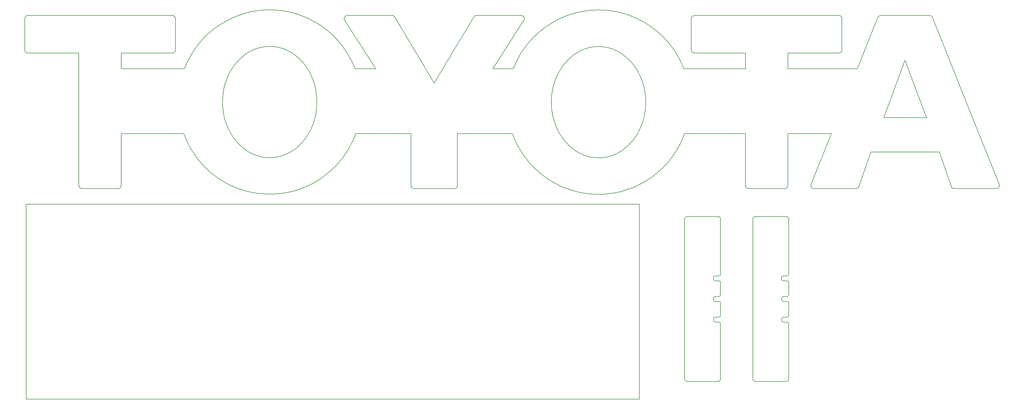
<source format=gbr>
%TF.GenerationSoftware,KiCad,Pcbnew,(6.0.0)*%
%TF.CreationDate,2022-05-15T11:53:33-07:00*%
%TF.ProjectId,Stencil,5374656e-6369-46c2-9e6b-696361645f70,rev?*%
%TF.SameCoordinates,Original*%
%TF.FileFunction,Profile,NP*%
%FSLAX46Y46*%
G04 Gerber Fmt 4.6, Leading zero omitted, Abs format (unit mm)*
G04 Created by KiCad (PCBNEW (6.0.0)) date 2022-05-15 11:53:33*
%MOMM*%
%LPD*%
G01*
G04 APERTURE LIST*
%ADD10C,0.200000*%
%TA.AperFunction,Profile*%
%ADD11C,0.150000*%
%TD*%
G04 APERTURE END LIST*
D10*
X253149276Y-141808776D02*
X261258662Y-141808776D01*
X262772094Y-115158637D02*
X262772094Y-115158788D01*
X262764821Y-121578422D02*
X262772583Y-121507280D01*
X262231757Y-110807675D02*
X262016379Y-110807500D01*
X261810811Y-110807455D01*
X261596717Y-110807430D01*
X261388453Y-110807418D01*
X261302695Y-110807417D01*
X260607111Y-116158770D02*
X260607111Y-116158641D01*
X260607600Y-122507306D02*
X260662185Y-122312683D01*
X260811045Y-122153755D01*
X261001065Y-122056618D01*
X261196424Y-122013075D01*
X261302206Y-122007315D01*
X261302695Y-109307315D02*
X262231757Y-109307315D01*
X260607600Y-122507413D02*
X260607600Y-122507306D01*
X262772583Y-124007666D02*
X262719202Y-123790895D01*
X262575592Y-123621845D01*
X262392237Y-123530152D01*
X262231268Y-123507675D01*
X261301716Y-115658650D02*
X262230662Y-115658650D01*
X262772327Y-141046656D02*
X262772583Y-124007666D01*
X260607111Y-116658653D02*
X260607111Y-116158770D01*
X261258662Y-141808776D02*
X261259921Y-141808647D01*
X260608067Y-109807413D02*
X260608067Y-109807306D01*
X261259921Y-141808647D02*
X261947393Y-141808647D01*
X262230802Y-117159032D02*
X262015408Y-117158857D01*
X261809836Y-117158811D01*
X261595739Y-117158786D01*
X261387474Y-117158774D01*
X261301716Y-117158773D01*
X260607600Y-123007318D02*
X260607600Y-122507413D01*
X251773073Y-91770767D02*
X251773050Y-141046764D01*
X261302206Y-122007315D02*
X262231314Y-122007315D01*
X252597914Y-141808647D02*
X253147878Y-141808647D01*
X260608067Y-109807306D02*
X260662656Y-109612683D01*
X260811523Y-109453755D01*
X261001550Y-109356618D01*
X261196912Y-109313075D01*
X261302695Y-109307315D01*
X252598007Y-91008776D02*
X252391841Y-91032765D01*
X252170246Y-91119091D01*
X251987374Y-91258419D01*
X251854419Y-91440410D01*
X251782577Y-91654722D01*
X251773073Y-91770767D01*
X260607111Y-116158641D02*
X260661696Y-115964018D01*
X260810556Y-115805090D01*
X261000575Y-115707953D01*
X261195934Y-115664410D01*
X261301716Y-115658650D01*
X262773050Y-108807302D02*
X262772350Y-91770745D01*
X260607111Y-116658782D02*
X260607111Y-116658653D01*
X262231314Y-122007315D02*
X262438960Y-121969195D01*
X262625358Y-121850095D01*
X262743083Y-121670565D01*
X262761604Y-121608071D01*
X253147878Y-141808647D02*
X253149276Y-141808776D01*
X261947393Y-141808647D02*
X262153558Y-141784657D01*
X262375153Y-141698331D01*
X262558025Y-141559003D01*
X262690980Y-141377012D01*
X262762822Y-141162700D01*
X262772327Y-141046656D01*
X262761604Y-121608071D02*
X262764821Y-121578422D01*
X262231268Y-123507675D02*
X262015890Y-123507500D01*
X261810322Y-123507455D01*
X261596228Y-123507430D01*
X261387964Y-123507418D01*
X261302206Y-123507417D01*
X260607600Y-123007426D02*
X260607600Y-123007318D01*
X261301716Y-117158773D02*
X261095161Y-117136293D01*
X260886122Y-117059438D01*
X260725738Y-116938326D01*
X260621222Y-116759544D01*
X260607111Y-116658782D01*
X262230662Y-115658650D02*
X262441383Y-115619358D01*
X262613469Y-115512206D01*
X262739207Y-115330565D01*
X262772094Y-115158637D01*
X261947416Y-91008776D02*
X252598007Y-91008776D01*
X262773050Y-111307666D02*
X262719674Y-111090895D01*
X262576073Y-110921845D01*
X262392724Y-110830152D01*
X262231757Y-110807675D01*
X262772350Y-91770745D02*
X262735262Y-91544152D01*
X262631465Y-91344713D01*
X262472152Y-91182767D01*
X262268519Y-91068653D01*
X262073046Y-91017555D01*
X261947416Y-91008776D01*
X261302206Y-123507417D02*
X261095651Y-123484937D01*
X260886611Y-123408082D01*
X260726227Y-123286969D01*
X260621711Y-123108187D01*
X260607600Y-123007426D01*
X260608067Y-110307426D02*
X260608067Y-110307318D01*
X262231757Y-109307315D02*
X262442456Y-109268021D01*
X262614512Y-109160863D01*
X262740205Y-108979221D01*
X262773050Y-108807302D01*
X262772094Y-115158788D02*
X262773050Y-111307666D01*
X262772583Y-121507280D02*
X262772094Y-117659023D01*
X262772094Y-117659023D02*
X262718714Y-117442252D01*
X262575108Y-117273202D01*
X262391760Y-117181509D01*
X262230802Y-117159032D01*
X251877923Y-141411513D02*
X252005785Y-141572950D01*
X252173660Y-141698422D01*
X252373663Y-141779723D01*
X252597914Y-141808647D01*
X261302695Y-110807417D02*
X261096138Y-110784937D01*
X260887093Y-110708082D01*
X260726701Y-110586969D01*
X260622179Y-110408187D01*
X260608067Y-110307426D01*
X251773050Y-141046764D02*
X251804695Y-141249587D01*
X251877923Y-141411513D01*
X260608067Y-110307318D02*
X260608067Y-109807413D01*
X239660651Y-110307318D02*
X239660651Y-109807413D01*
X230825634Y-141046764D02*
X230857279Y-141249587D01*
X230930507Y-141411513D01*
X103298019Y-72876140D02*
X102551831Y-72853853D01*
X101815439Y-72787710D01*
X101089753Y-72678787D01*
X100375686Y-72528161D01*
X99674147Y-72336907D01*
X98986048Y-72106101D01*
X98312300Y-71836821D01*
X97653815Y-71530141D01*
X97011502Y-71187139D01*
X96386274Y-70808889D01*
X95779042Y-70396470D01*
X95190716Y-69950956D01*
X94622207Y-69473424D01*
X94074427Y-68964950D01*
X93548287Y-68426610D01*
X93044698Y-67859480D01*
X92564571Y-67264637D01*
X92108816Y-66643157D01*
X91678346Y-65996116D01*
X91274071Y-65324590D01*
X90896903Y-64629655D01*
X90547751Y-63912387D01*
X90227528Y-63173863D01*
X89937145Y-62415159D01*
X89677512Y-61637351D01*
X89449541Y-60841515D01*
X89254143Y-60028727D01*
X89092229Y-59200064D01*
X88964710Y-58356601D01*
X88872496Y-57499416D01*
X88816500Y-56629583D01*
X88797633Y-55748180D01*
X141732529Y-29565284D02*
X141594436Y-29384549D01*
X141422076Y-29241703D01*
X141222962Y-29141009D01*
X141004606Y-29086727D01*
X140874083Y-29078189D01*
X232865242Y-30078189D02*
X232865242Y-39635193D01*
X240355279Y-110807417D02*
X240148722Y-110784937D01*
X239939677Y-110708082D01*
X239779285Y-110586969D01*
X239674763Y-110408187D01*
X239660651Y-110307426D01*
X159994310Y-82418193D02*
X160195844Y-82397876D01*
X160427851Y-82319582D01*
X160630402Y-82189841D01*
X160795645Y-82016509D01*
X160915725Y-81807438D01*
X160982787Y-81570483D01*
X160994310Y-81418193D01*
X241824934Y-91770745D02*
X241787846Y-91544152D01*
X241684049Y-91344713D01*
X241524736Y-91182767D01*
X241321103Y-91068653D01*
X241125630Y-91017555D01*
X241000000Y-91008776D01*
X241825634Y-111307666D02*
X241772258Y-111090895D01*
X241628657Y-110921845D01*
X241445308Y-110830152D01*
X241284341Y-110807675D01*
X306971221Y-29707636D02*
X306864263Y-29508401D01*
X306718602Y-29341438D01*
X306541160Y-29211437D01*
X306338857Y-29123088D01*
X306118614Y-29081082D01*
X306042410Y-29078189D01*
X45636443Y-82418193D02*
X51161561Y-82418193D01*
X218860431Y-55777851D02*
X218841563Y-56659254D01*
X218785567Y-57529087D01*
X218693353Y-58386272D01*
X218565834Y-59229735D01*
X218403920Y-60058398D01*
X218208522Y-60871186D01*
X217980551Y-61667022D01*
X217720918Y-62444830D01*
X217430535Y-63203534D01*
X217110312Y-63942058D01*
X216761161Y-64659326D01*
X216383992Y-65354261D01*
X215979717Y-66025787D01*
X215549247Y-66672828D01*
X215093492Y-67294308D01*
X214613365Y-67889151D01*
X214109776Y-68456281D01*
X213583636Y-68994621D01*
X213035856Y-69503095D01*
X212467348Y-69980627D01*
X211879021Y-70426141D01*
X211271789Y-70838560D01*
X210646561Y-71216810D01*
X210004249Y-71559812D01*
X209345763Y-71866492D01*
X208672016Y-72135772D01*
X207983917Y-72366578D01*
X207282378Y-72557832D01*
X206568311Y-72708458D01*
X205842625Y-72817381D01*
X205106233Y-72883524D01*
X204360046Y-72905811D01*
X44636443Y-81418193D02*
X44656759Y-81619727D01*
X44735053Y-81851734D01*
X44864794Y-82054285D01*
X45038126Y-82219528D01*
X45247197Y-82339608D01*
X45484152Y-82406670D01*
X45636443Y-82418193D01*
X241824678Y-115158788D02*
X241825634Y-111307666D01*
X126339039Y-30618006D02*
X135877842Y-45492691D01*
X178147565Y-45492691D02*
X171853682Y-45492691D01*
X127180822Y-29078189D02*
X126967181Y-29100348D01*
X126772960Y-29163256D01*
X126549263Y-29301268D01*
X126372228Y-29489515D01*
X126248794Y-29715305D01*
X126185897Y-29965948D01*
X126190477Y-30228753D01*
X126242365Y-30426205D01*
X126339039Y-30618006D01*
X279188620Y-30078189D02*
X279168303Y-29876654D01*
X279090009Y-29644647D01*
X278960268Y-29442096D01*
X278786936Y-29276853D01*
X278577865Y-29156773D01*
X278340910Y-29089711D01*
X278188620Y-29078189D01*
X241283246Y-115658650D02*
X241493967Y-115619358D01*
X241666053Y-115512206D01*
X241791791Y-115330565D01*
X241824678Y-115158637D01*
X241283852Y-123507675D02*
X241068474Y-123507500D01*
X240862906Y-123507455D01*
X240648812Y-123507430D01*
X240440548Y-123507418D01*
X240354790Y-123507417D01*
X240999977Y-141808647D02*
X241206142Y-141784657D01*
X241427737Y-141698331D01*
X241610609Y-141559003D01*
X241743564Y-141377012D01*
X241815406Y-141162700D01*
X241824911Y-141046656D01*
X270630959Y-82418193D02*
X283429852Y-82418193D01*
X241814188Y-121608071D02*
X241817405Y-121578422D01*
X284375015Y-81744792D02*
X288035044Y-71152817D01*
X239659695Y-116658782D02*
X239659695Y-116658653D01*
X204360046Y-38649870D02*
X205106233Y-38672156D01*
X205842625Y-38738299D01*
X206568311Y-38847222D01*
X207282378Y-38997849D01*
X207983917Y-39189104D01*
X208672016Y-39419910D01*
X209345763Y-39689191D01*
X210004249Y-39995871D01*
X210646561Y-40338875D01*
X211271789Y-40717125D01*
X211879021Y-41129545D01*
X212467348Y-41575060D01*
X213035856Y-42052593D01*
X213583636Y-42561068D01*
X214109776Y-43099409D01*
X214613365Y-43666540D01*
X215093492Y-44261384D01*
X215549247Y-44882865D01*
X215979717Y-45529907D01*
X216383992Y-46201434D01*
X216761161Y-46896370D01*
X217110312Y-47613638D01*
X217430535Y-48352163D01*
X217720918Y-49110868D01*
X217980551Y-49888677D01*
X218208522Y-50684514D01*
X218403920Y-51497302D01*
X218565834Y-52325965D01*
X218693353Y-53169428D01*
X218785567Y-54026614D01*
X218841563Y-54896447D01*
X218860431Y-55777851D01*
X27999883Y-30078189D02*
X27999883Y-39635214D01*
X278188620Y-40635193D02*
X278390154Y-40614876D01*
X278622161Y-40536582D01*
X278824712Y-40406841D01*
X278989955Y-40233508D01*
X279110035Y-40024437D01*
X279177097Y-39787482D01*
X279188620Y-39635193D01*
X256026920Y-82418193D02*
X261552039Y-82418193D01*
X51522973Y-29078189D02*
X50800149Y-29078189D01*
X241825167Y-121507280D02*
X241824678Y-117659023D01*
X117798404Y-55748180D02*
X117779536Y-56629583D01*
X117723540Y-57499416D01*
X117631326Y-58356601D01*
X117503807Y-59200064D01*
X117341893Y-60028727D01*
X117146495Y-60841515D01*
X116918524Y-61637351D01*
X116658891Y-62415159D01*
X116368508Y-63173863D01*
X116048285Y-63912387D01*
X115699134Y-64629655D01*
X115321965Y-65324590D01*
X114917690Y-65996116D01*
X114487220Y-66643157D01*
X114031466Y-67264637D01*
X113551339Y-67859480D01*
X113047749Y-68426610D01*
X112521609Y-68964950D01*
X111973829Y-69473424D01*
X111405321Y-69950956D01*
X110816995Y-70396470D01*
X110209762Y-70808889D01*
X109584534Y-71187139D01*
X108942222Y-71530141D01*
X108283737Y-71836821D01*
X107609989Y-72106101D01*
X106921890Y-72336907D01*
X106220351Y-72528161D01*
X105506284Y-72678787D01*
X104780598Y-72787710D01*
X104044206Y-72853853D01*
X103298019Y-72876140D01*
X239660651Y-109807306D02*
X239715240Y-109612683D01*
X239864107Y-109453755D01*
X240054134Y-109356618D01*
X240249496Y-109313075D01*
X240355279Y-109307315D01*
X275907856Y-65492676D02*
X269702148Y-81047641D01*
X57686680Y-40635214D02*
X73323240Y-40635214D01*
X240354790Y-122007315D02*
X241283898Y-122007315D01*
X231650591Y-91008776D02*
X231444425Y-91032765D01*
X231222830Y-91119091D01*
X231039958Y-91258419D01*
X230907003Y-91440410D01*
X230835161Y-91654722D01*
X230825657Y-91770767D01*
X239660651Y-110307426D02*
X239660651Y-110307318D01*
X278188620Y-29078189D02*
X256388332Y-29078189D01*
X230792716Y-65492676D02*
X249501802Y-65492676D01*
X231650498Y-141808647D02*
X232200462Y-141808647D01*
X233865242Y-29078189D02*
X233663707Y-29098505D01*
X233431700Y-29176799D01*
X233229149Y-29306540D01*
X233063906Y-29479872D01*
X232943826Y-29688943D01*
X232876764Y-29925898D01*
X232865242Y-30078189D01*
X44636443Y-40635214D02*
X44636443Y-45492691D01*
X180550702Y-29078189D02*
X166857441Y-29078189D01*
D11*
X28435000Y-87220000D02*
X216935000Y-87220000D01*
X216935000Y-87220000D02*
X216935000Y-147220000D01*
X216935000Y-147220000D02*
X28435000Y-147220000D01*
X28435000Y-147220000D02*
X28435000Y-87220000D01*
D10*
X309120622Y-71152817D02*
X312780651Y-81744792D01*
X321247810Y-65492676D02*
X321245076Y-65485829D01*
X28999883Y-29078189D02*
X28798348Y-29098505D01*
X28566341Y-29176799D01*
X28363790Y-29306540D01*
X28198547Y-29479872D01*
X28078467Y-29688943D01*
X28011405Y-29925898D01*
X27999883Y-30078189D01*
X283886934Y-45492691D02*
X262552039Y-45492691D01*
X44636443Y-65492676D02*
X44636443Y-81418193D01*
X73323240Y-29078189D02*
X51522973Y-29078189D01*
X140874083Y-29078189D02*
X127180822Y-29078189D01*
X57686680Y-65492676D02*
X76875043Y-65492676D01*
X171853682Y-45492691D02*
X181392485Y-30618006D01*
X103297892Y-84128533D02*
X104430624Y-84105935D01*
X105551984Y-84038708D01*
X106661129Y-83927705D01*
X107757215Y-83773777D01*
X108839399Y-83577774D01*
X109906836Y-83340548D01*
X110958683Y-83062952D01*
X111994097Y-82745835D01*
X113012234Y-82390050D01*
X114012251Y-81996447D01*
X114993303Y-81565879D01*
X115954548Y-81099197D01*
X116895142Y-80597251D01*
X117814241Y-80060894D01*
X118711002Y-79490977D01*
X119584580Y-78888351D01*
X120434134Y-78253868D01*
X121258818Y-77588378D01*
X122057789Y-76892734D01*
X122830204Y-76167787D01*
X123575220Y-75414388D01*
X124291992Y-74633388D01*
X124979677Y-73825640D01*
X125637431Y-72991994D01*
X126264412Y-72133301D01*
X126859775Y-71250414D01*
X127422676Y-70344183D01*
X127952273Y-69415460D01*
X128447721Y-68465096D01*
X128908178Y-67493944D01*
X129332799Y-66502853D01*
X129720741Y-65492676D01*
X262552039Y-40635193D02*
X278188620Y-40635193D01*
X262552039Y-45492691D02*
X262552039Y-40635193D01*
X298577833Y-71152817D02*
X309120622Y-71152817D01*
X74323240Y-39635214D02*
X74323240Y-30078189D01*
X312780651Y-81744792D02*
X312883048Y-81956593D01*
X313028475Y-82134968D01*
X313209283Y-82274469D01*
X313417827Y-82369648D01*
X313646460Y-82415058D01*
X313725814Y-82418193D01*
X279188620Y-39635193D02*
X279188620Y-30078189D01*
X204359919Y-27397478D02*
X203246104Y-27419337D01*
X202143309Y-27484374D01*
X201052331Y-27591779D01*
X199973971Y-27740740D01*
X198909028Y-27930448D01*
X197858300Y-28160092D01*
X196822587Y-28428860D01*
X195802689Y-28735943D01*
X194799404Y-29080530D01*
X193813533Y-29461810D01*
X192845873Y-29878973D01*
X191897225Y-30331208D01*
X190968388Y-30817704D01*
X190060161Y-31337651D01*
X189173343Y-31890238D01*
X188308734Y-32474655D01*
X187467133Y-33090090D01*
X186649339Y-33735734D01*
X185856151Y-34410776D01*
X185088369Y-35114405D01*
X184346792Y-35845810D01*
X183632219Y-36604182D01*
X182945450Y-37388709D01*
X182287283Y-38198580D01*
X181658519Y-39032986D01*
X181059956Y-39891115D01*
X180492393Y-40772157D01*
X179956630Y-41675302D01*
X179453467Y-42599738D01*
X178983702Y-43544655D01*
X178548135Y-44509243D01*
X178147565Y-45492691D01*
X292057643Y-60512726D02*
X298577959Y-42865720D01*
X146737213Y-81418193D02*
X146757529Y-81619727D01*
X146835823Y-81851734D01*
X146965564Y-82054285D01*
X147138897Y-82219528D01*
X147347968Y-82339608D01*
X147584923Y-82406670D01*
X147737213Y-82418193D01*
X306042410Y-29078189D02*
X298577833Y-29078189D01*
X135877842Y-45492691D02*
X129521830Y-45492691D01*
X298577833Y-29078189D02*
X291113256Y-29078189D01*
X291113256Y-29078189D02*
X290888571Y-29103705D01*
X290679518Y-29177128D01*
X290493020Y-29293766D01*
X290335997Y-29448929D01*
X290215369Y-29637928D01*
X290184445Y-29707636D01*
X305098255Y-60512726D02*
X298577959Y-60512726D01*
X269702148Y-81047641D02*
X269637831Y-81295088D01*
X269637306Y-81538853D01*
X269694451Y-81769899D01*
X269803145Y-81979195D01*
X269957264Y-82157706D01*
X270150688Y-82296398D01*
X270377293Y-82386238D01*
X270630959Y-82418193D01*
X262552039Y-81418193D02*
X262552039Y-65492676D01*
X230825657Y-91770767D02*
X230825634Y-141046764D01*
X232865242Y-39635193D02*
X232885558Y-39836727D01*
X232963852Y-40068734D01*
X233093593Y-40271285D01*
X233266925Y-40436528D01*
X233475996Y-40556607D01*
X233712951Y-40623670D01*
X233865242Y-40635193D01*
X240312505Y-141808647D02*
X240999977Y-141808647D01*
X239660651Y-109807413D02*
X239660651Y-109807306D01*
X57686680Y-81418193D02*
X57686680Y-65492676D01*
X129720741Y-65492676D02*
X146737213Y-65492676D01*
X129521830Y-45492691D02*
X129121930Y-44507779D01*
X128686944Y-43541739D01*
X128217673Y-42595384D01*
X127714919Y-41669527D01*
X127179482Y-40764981D01*
X126612166Y-39882558D01*
X126013770Y-39023072D01*
X125385097Y-38187335D01*
X124726949Y-37376159D01*
X124040126Y-36590359D01*
X123325431Y-35830747D01*
X122583666Y-35098135D01*
X121815630Y-34393337D01*
X121022128Y-33717165D01*
X120203959Y-33070432D01*
X119361925Y-32453951D01*
X118496828Y-31868536D01*
X117609470Y-31314998D01*
X116700652Y-30794150D01*
X115771176Y-30306806D01*
X114821843Y-29853778D01*
X113853456Y-29435880D01*
X112866814Y-29053924D01*
X111862721Y-28708722D01*
X110841977Y-28401088D01*
X109805384Y-28131835D01*
X108753744Y-27901775D01*
X107687859Y-27711722D01*
X106608529Y-27562487D01*
X105516557Y-27454885D01*
X104412744Y-27389727D01*
X103297892Y-27367828D01*
X298577959Y-42865720D02*
X305098255Y-60512726D01*
X77073955Y-45492691D02*
X57686680Y-45492691D01*
X153865898Y-49872614D02*
X141732529Y-29565284D01*
X153865762Y-82418193D02*
X159994310Y-82418193D01*
X189859660Y-55777851D02*
X189878527Y-54896447D01*
X189934523Y-54026614D01*
X190026737Y-53169428D01*
X190154256Y-52325965D01*
X190316170Y-51497302D01*
X190511568Y-50684514D01*
X190739539Y-49888677D01*
X190999172Y-49110868D01*
X191289555Y-48352163D01*
X191609778Y-47613638D01*
X191958930Y-46896370D01*
X192336098Y-46201434D01*
X192740373Y-45529907D01*
X193170843Y-44882865D01*
X193626598Y-44261384D01*
X194106725Y-43666540D01*
X194610314Y-43099409D01*
X195136454Y-42561068D01*
X195684234Y-42052593D01*
X196252743Y-41575060D01*
X196841069Y-41129545D01*
X197448301Y-40717125D01*
X198073529Y-40338875D01*
X198715842Y-39995871D01*
X199374327Y-39689191D01*
X200048075Y-39419910D01*
X200736174Y-39189104D01*
X201437713Y-38997849D01*
X202151780Y-38847222D01*
X202877466Y-38738299D01*
X203613858Y-38672156D01*
X204360046Y-38649870D01*
X241824678Y-117659023D02*
X241771298Y-117442252D01*
X241627692Y-117273202D01*
X241444344Y-117181509D01*
X241283386Y-117159032D01*
X290184445Y-29707636D02*
X283886934Y-45492691D01*
X230930507Y-141411513D02*
X231058369Y-141572950D01*
X231226244Y-141698422D01*
X231426247Y-141779723D01*
X231650498Y-141808647D01*
X240311246Y-141808776D02*
X240312505Y-141808647D01*
X76875043Y-65492676D02*
X77262984Y-66502853D01*
X77687605Y-67493944D01*
X78148062Y-68465096D01*
X78643510Y-69415460D01*
X79173107Y-70344183D01*
X79736008Y-71250414D01*
X80331371Y-72133301D01*
X80958352Y-72991994D01*
X81616106Y-73825640D01*
X82303791Y-74633388D01*
X83020563Y-75414388D01*
X83765579Y-76167787D01*
X84537994Y-76892734D01*
X85336965Y-77588378D01*
X86161649Y-78253868D01*
X87011203Y-78888351D01*
X87884781Y-79490977D01*
X88781542Y-80060894D01*
X89700641Y-80597251D01*
X90641235Y-81099197D01*
X91602480Y-81565879D01*
X92583532Y-81996447D01*
X93583549Y-82390050D01*
X94601686Y-82745835D01*
X95637100Y-83062952D01*
X96688947Y-83340548D01*
X97756384Y-83577774D01*
X98838568Y-83773777D01*
X99934654Y-83927705D01*
X101043799Y-84038708D01*
X102165159Y-84105935D01*
X103297892Y-84128533D01*
X321245076Y-65485829D02*
X306971221Y-29707636D01*
X261552039Y-82418193D02*
X261753573Y-82397876D01*
X261985580Y-82319582D01*
X262188131Y-82189841D01*
X262353374Y-82016509D01*
X262473454Y-81807438D01*
X262540516Y-81570483D01*
X262552039Y-81418193D01*
X327453518Y-81047641D02*
X321247810Y-65492676D01*
X56686680Y-82418193D02*
X56888214Y-82397876D01*
X57120221Y-82319582D01*
X57322772Y-82189841D01*
X57488015Y-82016509D01*
X57608094Y-81807438D01*
X57675157Y-81570483D01*
X57686680Y-81418193D01*
X160994310Y-81418193D02*
X160994310Y-65492676D01*
X44636443Y-45492691D02*
X44636443Y-65492676D01*
X241283386Y-117159032D02*
X241067992Y-117158857D01*
X240862420Y-117158811D01*
X240648323Y-117158786D01*
X240440058Y-117158774D01*
X240354300Y-117158773D01*
X230572272Y-45492691D02*
X230171701Y-44509243D01*
X229736134Y-43544655D01*
X229266369Y-42599738D01*
X228763206Y-41675302D01*
X228227443Y-40772157D01*
X227659881Y-39891115D01*
X227061318Y-39032986D01*
X226432554Y-38198580D01*
X225774387Y-37388709D01*
X225087618Y-36604182D01*
X224373045Y-35845810D01*
X223631468Y-35114405D01*
X222863686Y-34410776D01*
X222070498Y-33735734D01*
X221252704Y-33090090D01*
X220411103Y-32474655D01*
X219546494Y-31890238D01*
X218659676Y-31337651D01*
X217751449Y-30817704D01*
X216822612Y-30331208D01*
X215873964Y-29878973D01*
X214906304Y-29461810D01*
X213920433Y-29080530D01*
X212917148Y-28735943D01*
X211897250Y-28428860D01*
X210861537Y-28160092D01*
X209810809Y-27930448D01*
X208745866Y-27740740D01*
X207667506Y-27591779D01*
X206576528Y-27484374D01*
X205473733Y-27419337D01*
X204359919Y-27397478D01*
X240354300Y-115658650D02*
X241283246Y-115658650D01*
X241824911Y-141046656D02*
X241825167Y-124007666D01*
X240355279Y-109307315D02*
X241284341Y-109307315D01*
X239660184Y-123007318D02*
X239660184Y-122507413D01*
X239660184Y-123007426D02*
X239660184Y-123007318D01*
X239659695Y-116658653D02*
X239659695Y-116158770D01*
X249501802Y-81418193D02*
X249522118Y-81619727D01*
X249600412Y-81851734D01*
X249730153Y-82054285D01*
X249903485Y-82219528D01*
X250112556Y-82339608D01*
X250349511Y-82406670D01*
X250501802Y-82418193D01*
X73323240Y-40635214D02*
X73524774Y-40614897D01*
X73756781Y-40536603D01*
X73959332Y-40406862D01*
X74124575Y-40233530D01*
X74244654Y-40024459D01*
X74311717Y-39787504D01*
X74323240Y-39635214D01*
X166857441Y-29078189D02*
X166631461Y-29104034D01*
X166420432Y-29178729D01*
X166231864Y-29298010D01*
X166073271Y-29457616D01*
X165998995Y-29565284D01*
X239659695Y-116158641D02*
X239714280Y-115964018D01*
X239863140Y-115805090D01*
X240053159Y-115707953D01*
X240248518Y-115664410D01*
X240354300Y-115658650D01*
X313725814Y-82418193D02*
X326524707Y-82418193D01*
X165998995Y-29565284D02*
X153865898Y-49872614D01*
X239659695Y-116158770D02*
X239659695Y-116158641D01*
X204359919Y-84158203D02*
X205493663Y-84135563D01*
X206616010Y-84068214D01*
X207726115Y-83957010D01*
X208823132Y-83802803D01*
X209906215Y-83606449D01*
X210974519Y-83368800D01*
X212027198Y-83090710D01*
X213063407Y-82773034D01*
X214082300Y-82416625D01*
X215083032Y-82022337D01*
X216064756Y-81591023D01*
X217026627Y-81123538D01*
X217967799Y-80620735D01*
X218887428Y-80083469D01*
X219784667Y-79512592D01*
X220658671Y-78908959D01*
X221508594Y-78273424D01*
X222333590Y-77606839D01*
X223132814Y-76910060D01*
X223905421Y-76183940D01*
X224650564Y-75429333D01*
X225367398Y-74647092D01*
X226055078Y-73838071D01*
X226712757Y-73003124D01*
X227339591Y-72143106D01*
X227934733Y-71258869D01*
X228497339Y-70351267D01*
X229026562Y-69421155D01*
X229521557Y-68469386D01*
X229981477Y-67496814D01*
X230405479Y-66504292D01*
X230792716Y-65492676D01*
X103298019Y-38620199D02*
X104044206Y-38642485D01*
X104780598Y-38708628D01*
X105506284Y-38817551D01*
X106220351Y-38968178D01*
X106921890Y-39159433D01*
X107609989Y-39390239D01*
X108283737Y-39659520D01*
X108942222Y-39966200D01*
X109584534Y-40309204D01*
X110209762Y-40687454D01*
X110816995Y-41099874D01*
X111405321Y-41545389D01*
X111973829Y-42022922D01*
X112521609Y-42531397D01*
X113047749Y-43069738D01*
X113551339Y-43636869D01*
X114031466Y-44231713D01*
X114487220Y-44853194D01*
X114917690Y-45500236D01*
X115321965Y-46171763D01*
X115699134Y-46866699D01*
X116048285Y-47583967D01*
X116368508Y-48322492D01*
X116658891Y-49081197D01*
X116918524Y-49859006D01*
X117146495Y-50654843D01*
X117341893Y-51467631D01*
X117503807Y-52296294D01*
X117631326Y-53139757D01*
X117723540Y-53996943D01*
X117779536Y-54866776D01*
X117798404Y-55748180D01*
X74323240Y-30078189D02*
X74302923Y-29876654D01*
X74224629Y-29644647D01*
X74094888Y-29442096D01*
X73921555Y-29276853D01*
X73712484Y-29156773D01*
X73475529Y-29089711D01*
X73323240Y-29078189D01*
X204360046Y-72905811D02*
X203613858Y-72883524D01*
X202877466Y-72817381D01*
X202151780Y-72708458D01*
X201437713Y-72557832D01*
X200736174Y-72366578D01*
X200048075Y-72135772D01*
X199374327Y-71866492D01*
X198715842Y-71559812D01*
X198073529Y-71216810D01*
X197448301Y-70838560D01*
X196841069Y-70426141D01*
X196252743Y-69980627D01*
X195684234Y-69503095D01*
X195136454Y-68994621D01*
X194610314Y-68456281D01*
X194106725Y-67889151D01*
X193626598Y-67294308D01*
X193170843Y-66672828D01*
X192740373Y-66025787D01*
X192336098Y-65354261D01*
X191958930Y-64659326D01*
X191609778Y-63942058D01*
X191289555Y-63203534D01*
X190999172Y-62444830D01*
X190739539Y-61667022D01*
X190511568Y-60871186D01*
X190316170Y-60058398D01*
X190154256Y-59229735D01*
X190026737Y-58386272D01*
X189934523Y-57529087D01*
X189878527Y-56659254D01*
X189859660Y-55777851D01*
X240354790Y-123507417D02*
X240148235Y-123484937D01*
X239939195Y-123408082D01*
X239778811Y-123286969D01*
X239674295Y-123108187D01*
X239660184Y-123007426D01*
X241825167Y-124007666D02*
X241771786Y-123790895D01*
X241628176Y-123621845D01*
X241444821Y-123530152D01*
X241283852Y-123507675D01*
X50800149Y-29078189D02*
X28999883Y-29078189D01*
X103297892Y-27367828D02*
X102183039Y-27389727D01*
X101079226Y-27454885D01*
X99987254Y-27562487D01*
X98907924Y-27711722D01*
X97842039Y-27901775D01*
X96790399Y-28131835D01*
X95753806Y-28401088D01*
X94733062Y-28708722D01*
X93728969Y-29053924D01*
X92742328Y-29435880D01*
X91773940Y-29853778D01*
X90824607Y-30306806D01*
X89895131Y-30794150D01*
X88986313Y-31314998D01*
X88098955Y-31868536D01*
X87233858Y-32453951D01*
X86391825Y-33070432D01*
X85573656Y-33717165D01*
X84780153Y-34393337D01*
X84012118Y-35098135D01*
X83270352Y-35830747D01*
X82555657Y-36590359D01*
X81868835Y-37376159D01*
X81210686Y-38187335D01*
X80582013Y-39023072D01*
X79983618Y-39882558D01*
X79416301Y-40764981D01*
X78880865Y-41669527D01*
X78378110Y-42595384D01*
X77908839Y-43541739D01*
X77473854Y-44507779D01*
X77073955Y-45492691D01*
X249501802Y-45492691D02*
X230572272Y-45492691D01*
X57686680Y-45492691D02*
X57686680Y-40635214D01*
X181392485Y-30618006D02*
X181489158Y-30426205D01*
X181541046Y-30228753D01*
X181545626Y-29965948D01*
X181482729Y-29715305D01*
X181359295Y-29489515D01*
X181182260Y-29301268D01*
X180958563Y-29163256D01*
X180764342Y-29100348D01*
X180550702Y-29078189D01*
X256388332Y-29078189D02*
X255665508Y-29078189D01*
X241284341Y-109307315D02*
X241495040Y-109268021D01*
X241667096Y-109160863D01*
X241792789Y-108979221D01*
X241825634Y-108807302D01*
X232200462Y-141808647D02*
X232201860Y-141808776D01*
X249501802Y-40635193D02*
X249501802Y-45492691D01*
X262552039Y-65492676D02*
X275907856Y-65492676D01*
X298577959Y-60512726D02*
X292057643Y-60512726D01*
X241284341Y-110807675D02*
X241068963Y-110807500D01*
X240863395Y-110807455D01*
X240649301Y-110807430D01*
X240441037Y-110807418D01*
X240355279Y-110807417D01*
X233865242Y-40635193D02*
X249501802Y-40635193D01*
X283429852Y-82418193D02*
X283663482Y-82390584D01*
X283879572Y-82311389D01*
X284070475Y-82186057D01*
X284228545Y-82020034D01*
X284346135Y-81818770D01*
X284375015Y-81744792D01*
X249501802Y-65492676D02*
X249501802Y-81418193D01*
X241817405Y-121578422D02*
X241825167Y-121507280D01*
X28999883Y-40635214D02*
X44636443Y-40635214D01*
X240354300Y-117158773D02*
X240147745Y-117136293D01*
X239938706Y-117059438D01*
X239778322Y-116938326D01*
X239673806Y-116759544D01*
X239659695Y-116658782D01*
X51161561Y-82418193D02*
X56686680Y-82418193D01*
X241283898Y-122007315D02*
X241491544Y-121969195D01*
X241677942Y-121850095D01*
X241795667Y-121670565D01*
X241814188Y-121608071D01*
X241000000Y-91008776D02*
X231650591Y-91008776D01*
X241824678Y-115158637D02*
X241824678Y-115158788D01*
X241825634Y-108807302D02*
X241824934Y-91770745D01*
X146737213Y-65492676D02*
X146737213Y-81418193D01*
X239660184Y-122507306D02*
X239714769Y-122312683D01*
X239863629Y-122153755D01*
X240053649Y-122056618D01*
X240249008Y-122013075D01*
X240354790Y-122007315D01*
X326524707Y-82418193D02*
X326778372Y-82386238D01*
X327004977Y-82296398D01*
X327198401Y-82157706D01*
X327352520Y-81979195D01*
X327461214Y-81769899D01*
X327518359Y-81538853D01*
X327517834Y-81295088D01*
X327453518Y-81047641D01*
X177927122Y-65492676D02*
X178314358Y-66504292D01*
X178738360Y-67496814D01*
X179198280Y-68469386D01*
X179693275Y-69421155D01*
X180222498Y-70351267D01*
X180785104Y-71258869D01*
X181380246Y-72143106D01*
X182007080Y-73003124D01*
X182664759Y-73838071D01*
X183352439Y-74647092D01*
X184069273Y-75429333D01*
X184814416Y-76183940D01*
X185587023Y-76910060D01*
X186386247Y-77606839D01*
X187211243Y-78273424D01*
X188061166Y-78908959D01*
X188935170Y-79512592D01*
X189832409Y-80083469D01*
X190752038Y-80620735D01*
X191693210Y-81123538D01*
X192655081Y-81591023D01*
X193636805Y-82022337D01*
X194637537Y-82416625D01*
X195656430Y-82773034D01*
X196692639Y-83090710D01*
X197745318Y-83368800D01*
X198813622Y-83606449D01*
X199896705Y-83802803D01*
X200993722Y-83957010D01*
X202103827Y-84068214D01*
X203226174Y-84135563D01*
X204359919Y-84158203D01*
X239660184Y-122507413D02*
X239660184Y-122507306D01*
X160994310Y-65492676D02*
X177927122Y-65492676D01*
X88797633Y-55748180D02*
X88816500Y-54866776D01*
X88872496Y-53996943D01*
X88964710Y-53139757D01*
X89092229Y-52296294D01*
X89254143Y-51467631D01*
X89449541Y-50654843D01*
X89677512Y-49859006D01*
X89937145Y-49081197D01*
X90227528Y-48322492D01*
X90547751Y-47583967D01*
X90896903Y-46866699D01*
X91274071Y-46171763D01*
X91678346Y-45500236D01*
X92108816Y-44853194D01*
X92564571Y-44231713D01*
X93044698Y-43636869D01*
X93548287Y-43069738D01*
X94074427Y-42531397D01*
X94622207Y-42022922D01*
X95190716Y-41545389D01*
X95779042Y-41099874D01*
X96386274Y-40687454D01*
X97011502Y-40309204D01*
X97653815Y-39966200D01*
X98312300Y-39659520D01*
X98986048Y-39390239D01*
X99674147Y-39159433D01*
X100375686Y-38968178D01*
X101089753Y-38817551D01*
X101815439Y-38708628D01*
X102551831Y-38642485D01*
X103298019Y-38620199D01*
X288035044Y-71152817D02*
X298577833Y-71152817D01*
X232201860Y-141808776D02*
X240311246Y-141808776D01*
X147737213Y-82418193D02*
X153865762Y-82418193D01*
X250501802Y-82418193D02*
X256026920Y-82418193D01*
X255665508Y-29078189D02*
X233865242Y-29078189D01*
X27999883Y-39635214D02*
X28020199Y-39836748D01*
X28098493Y-40068755D01*
X28228234Y-40271306D01*
X28401566Y-40436549D01*
X28610637Y-40556629D01*
X28847592Y-40623691D01*
X28999883Y-40635214D01*
M02*

</source>
